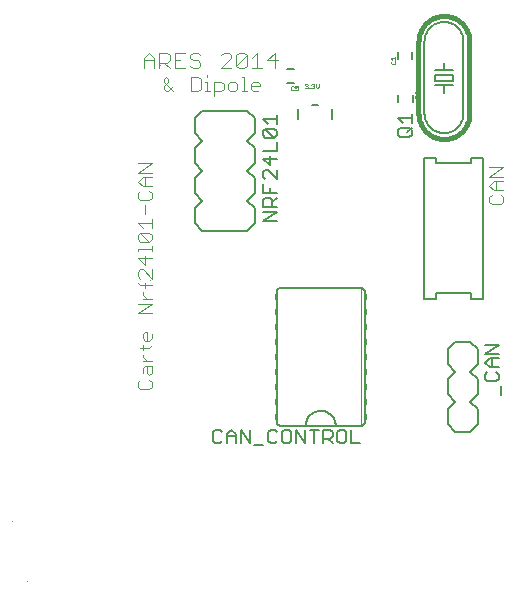
<source format=gto>
G75*
%MOIN*%
%OFA0B0*%
%FSLAX24Y24*%
%IPPOS*%
%LPD*%
%AMOC8*
5,1,8,0,0,1.08239X$1,22.5*
%
%ADD10C,0.0000*%
%ADD11C,0.0040*%
%ADD12C,0.0060*%
%ADD13C,0.0010*%
%ADD14C,0.0160*%
%ADD15C,0.0050*%
%ADD16C,0.0020*%
%ADD17R,0.0050X0.0200*%
%ADD18C,0.0080*%
D10*
X000789Y000548D02*
X000789Y000548D01*
X000789Y000548D01*
X000789Y000548D01*
X000789Y000548D01*
X000789Y000548D01*
X000789Y000548D01*
X000789Y000548D01*
X000789Y000548D01*
X000789Y000548D01*
X000789Y000548D01*
X000789Y000548D01*
X000789Y000548D01*
X000789Y000548D01*
X000789Y000548D01*
X000789Y000548D01*
X000789Y000548D01*
X000789Y000548D01*
X000789Y000548D01*
X000789Y000549D02*
X000789Y000549D01*
X000789Y000549D01*
X000789Y000549D01*
X000789Y000549D01*
X000789Y000549D01*
X000789Y000549D01*
X000789Y000549D01*
X000789Y000549D01*
X000789Y000549D01*
X000789Y000549D01*
X000789Y000549D01*
X000789Y000549D01*
X000789Y000549D01*
X000789Y000549D01*
X000789Y000549D01*
X000789Y000549D01*
X000789Y000549D01*
X000789Y000549D01*
X000789Y000549D01*
X000789Y000549D01*
X000789Y000550D01*
X000789Y000550D01*
X000789Y000550D01*
X000789Y000550D01*
X000789Y000550D01*
X000789Y000550D01*
X000789Y000550D01*
X000789Y000550D01*
X000789Y000550D01*
X000789Y000550D01*
X000789Y000550D01*
X000789Y000550D01*
X000789Y000550D01*
X000789Y000550D01*
X000789Y000550D01*
X000789Y000550D01*
X000789Y000550D01*
X000789Y000550D01*
X000789Y000550D01*
X000789Y000550D01*
X000789Y000550D01*
X000789Y000550D01*
X000789Y000550D01*
X000789Y000550D01*
X000789Y000550D01*
X000789Y000550D01*
X000789Y000550D01*
X000789Y000550D01*
X000789Y000551D01*
X000789Y000551D01*
X000789Y000551D01*
X000789Y000551D01*
X000789Y000550D02*
X000789Y000550D01*
X000789Y000549D01*
X000789Y000549D01*
X000789Y000550D01*
X000300Y002553D02*
X000300Y002553D01*
X000300Y002553D01*
X000300Y002553D01*
X000300Y002553D01*
X000300Y002553D01*
X000300Y002553D01*
X000300Y002553D01*
X000300Y002553D01*
X000300Y002553D01*
X000300Y002553D01*
X000300Y002554D01*
X000300Y002554D01*
X000300Y002554D01*
X000300Y002554D01*
X000300Y002554D01*
X000300Y002554D01*
X000300Y002554D01*
X000300Y002554D01*
X000300Y002554D01*
X000300Y002554D01*
X000300Y002554D01*
X000300Y002554D01*
X000300Y002554D01*
X000300Y002554D01*
X000300Y002554D01*
X000300Y002554D01*
X000300Y002554D01*
X000300Y002554D01*
X000300Y002554D01*
X000300Y002554D01*
X000300Y002554D01*
X000300Y002554D01*
X000300Y002555D01*
X000300Y002555D01*
X000300Y002555D01*
X000300Y002555D01*
X000300Y002555D01*
X000300Y002555D01*
X000300Y002555D01*
X000300Y002555D01*
X000300Y002555D01*
X000300Y002555D01*
X000300Y002555D01*
X000300Y002555D01*
X000300Y002555D01*
X000300Y002555D01*
X000300Y002555D01*
X000300Y002555D01*
X000300Y002555D01*
X000300Y002555D01*
X000300Y002555D01*
X000300Y002555D01*
X000300Y002555D01*
X000300Y002555D01*
X000300Y002555D01*
X000300Y002556D01*
X000300Y002556D01*
X000300Y002556D01*
X000300Y002556D01*
X000300Y002556D01*
X000300Y002556D01*
X000300Y002556D01*
X000300Y002555D01*
X000300Y002555D01*
X000300Y002555D01*
X000300Y002555D01*
X000300Y002555D01*
X000300Y002555D01*
X000300Y002555D01*
X000300Y002555D01*
X000300Y002554D01*
X000300Y002555D02*
X000300Y002555D01*
X000300Y002556D02*
X000300Y002556D01*
X000300Y002555D01*
X004881Y010574D02*
X004881Y010574D01*
X004881Y010574D01*
X004881Y010574D01*
X004881Y010574D01*
X004881Y010574D01*
X004881Y010574D01*
X004881Y010574D01*
X004881Y010574D01*
X004881Y010574D01*
X004881Y010574D01*
X004881Y010574D01*
X004881Y010574D01*
X004881Y010574D01*
X004881Y010574D01*
X004881Y010575D01*
X004881Y010575D01*
X004881Y010575D01*
X004881Y010575D01*
X004881Y010575D01*
X004881Y010575D01*
X004881Y010575D01*
X004881Y010575D01*
X004881Y010575D01*
X004881Y010575D01*
X004881Y010575D01*
X004881Y010575D01*
X004881Y010575D01*
X004881Y010575D01*
X004881Y010575D01*
X004881Y010575D01*
X004881Y010575D01*
X004881Y010575D01*
X004881Y010575D01*
X004881Y010576D01*
X004881Y010576D01*
X004881Y010576D01*
X004881Y010576D01*
X004881Y010576D01*
X004881Y010576D01*
X004881Y010576D01*
X004881Y010576D01*
X004881Y010576D01*
X004881Y010576D01*
X004881Y010576D01*
X004881Y010576D01*
X004881Y010576D01*
X004881Y010576D01*
X004881Y010576D01*
X004881Y010576D01*
X004881Y010576D01*
X004881Y010576D01*
X004881Y010576D01*
X004881Y010576D01*
X004881Y010576D01*
X004881Y010576D01*
X004881Y010576D01*
X004881Y010576D01*
X004881Y010576D01*
X004881Y010576D01*
X004881Y010576D01*
X004881Y010576D01*
X004881Y010576D01*
X004881Y010576D01*
X004881Y010576D01*
X004881Y010577D01*
X004881Y010577D01*
X004881Y010577D01*
X004881Y010577D01*
X004881Y010577D01*
X004881Y010576D01*
X004881Y010575D01*
X004881Y010574D01*
X004881Y010575D02*
X004881Y010576D01*
X004881Y010576D01*
X005237Y017748D02*
X005237Y017748D01*
X005237Y017748D01*
X005237Y017748D01*
X005237Y017748D01*
X005237Y017748D01*
X005237Y017748D01*
X005237Y017748D01*
X005237Y017748D01*
X005237Y017748D01*
X005237Y017748D01*
X005237Y017749D01*
X005237Y017749D01*
X005237Y017749D01*
X005237Y017749D01*
X005237Y017749D01*
X005237Y017749D01*
X005237Y017749D01*
X005237Y017749D01*
X005237Y017749D01*
X005237Y017749D01*
X005237Y017749D01*
X005237Y017749D01*
X005237Y017749D01*
X005237Y017749D01*
X005237Y017749D01*
X005237Y017749D01*
X005237Y017750D01*
X005237Y017750D01*
X005237Y017750D01*
X005237Y017750D01*
X005237Y017750D01*
X005237Y017750D01*
X005237Y017750D01*
X005237Y017750D01*
X005237Y017750D01*
X005237Y017750D01*
X005237Y017750D01*
X005237Y017750D01*
X005237Y017750D01*
X005237Y017750D01*
X005237Y017750D01*
X005237Y017750D01*
X005237Y017750D01*
X005237Y017750D01*
X005237Y017750D01*
X005237Y017750D01*
X005237Y017750D01*
X005237Y017750D01*
X005237Y017750D01*
X005237Y017750D01*
X005237Y017750D01*
X005237Y017750D01*
X005237Y017750D01*
X005237Y017750D01*
X005237Y017751D01*
X005237Y017751D01*
X005237Y017751D01*
X005237Y017751D01*
X005237Y017751D01*
X005237Y017751D01*
X005237Y017751D01*
X005237Y017751D01*
X005237Y017751D01*
X005237Y017751D01*
X005237Y017750D01*
X005237Y017750D01*
X005237Y017750D01*
X005237Y017750D01*
X005237Y017749D01*
X005237Y017749D01*
X005237Y017749D01*
X005237Y017750D02*
X005237Y017751D01*
X005237Y017751D01*
X005237Y017751D01*
D11*
X005194Y017808D02*
X005454Y017808D01*
X005541Y017895D01*
X005541Y018068D01*
X005454Y018155D01*
X005194Y018155D01*
X005194Y017634D01*
X005026Y017634D02*
X005026Y017981D01*
X004852Y018155D01*
X004679Y017981D01*
X004679Y017634D01*
X004679Y017895D02*
X005026Y017895D01*
X005368Y017808D02*
X005541Y017634D01*
X005710Y017634D02*
X006057Y017634D01*
X006226Y017721D02*
X006312Y017634D01*
X006486Y017634D01*
X006572Y017721D01*
X006572Y017808D01*
X006486Y017895D01*
X006312Y017895D01*
X006226Y017981D01*
X006226Y018068D01*
X006312Y018155D01*
X006486Y018155D01*
X006572Y018068D01*
X006057Y018155D02*
X005710Y018155D01*
X005710Y017634D01*
X005423Y017337D02*
X005346Y017261D01*
X005346Y017184D01*
X005653Y016877D01*
X005653Y017030D02*
X005499Y016877D01*
X005423Y016877D01*
X005346Y016954D01*
X005346Y017030D01*
X005499Y017184D01*
X005499Y017261D01*
X005423Y017337D01*
X005710Y017895D02*
X005883Y017895D01*
X006267Y017337D02*
X006497Y017337D01*
X006574Y017261D01*
X006574Y016954D01*
X006497Y016877D01*
X006267Y016877D01*
X006267Y017337D01*
X006727Y017184D02*
X006804Y017184D01*
X006804Y016877D01*
X006880Y016877D02*
X006727Y016877D01*
X007034Y016877D02*
X007264Y016877D01*
X007341Y016954D01*
X007341Y017107D01*
X007264Y017184D01*
X007034Y017184D01*
X007034Y016723D01*
X007494Y016954D02*
X007494Y017107D01*
X007571Y017184D01*
X007724Y017184D01*
X007801Y017107D01*
X007801Y016954D01*
X007724Y016877D01*
X007571Y016877D01*
X007494Y016954D01*
X007955Y016877D02*
X008108Y016877D01*
X008031Y016877D02*
X008031Y017337D01*
X007955Y017337D01*
X008033Y017634D02*
X007859Y017634D01*
X007772Y017721D01*
X008119Y018068D01*
X008119Y017721D01*
X008033Y017634D01*
X007772Y017721D02*
X007772Y018068D01*
X007859Y018155D01*
X008033Y018155D01*
X008119Y018068D01*
X008288Y017981D02*
X008462Y018155D01*
X008462Y017634D01*
X008635Y017634D02*
X008288Y017634D01*
X008338Y017184D02*
X008492Y017184D01*
X008569Y017107D01*
X008569Y017030D01*
X008262Y017030D01*
X008262Y016954D02*
X008262Y017107D01*
X008338Y017184D01*
X008262Y016954D02*
X008338Y016877D01*
X008492Y016877D01*
X009064Y017634D02*
X009064Y018155D01*
X008804Y017895D01*
X009151Y017895D01*
X007604Y017981D02*
X007604Y018068D01*
X007517Y018155D01*
X007344Y018155D01*
X007257Y018068D01*
X007604Y017981D02*
X007257Y017634D01*
X007604Y017634D01*
X006804Y017414D02*
X006804Y017337D01*
X004950Y014460D02*
X004490Y014460D01*
X004490Y014153D02*
X004950Y014460D01*
X004950Y014153D02*
X004490Y014153D01*
X004643Y013999D02*
X004950Y013999D01*
X004720Y013999D02*
X004720Y013692D01*
X004643Y013692D02*
X004490Y013846D01*
X004643Y013999D01*
X004643Y013692D02*
X004950Y013692D01*
X004873Y013539D02*
X004950Y013462D01*
X004950Y013309D01*
X004873Y013232D01*
X004566Y013232D01*
X004490Y013309D01*
X004490Y013462D01*
X004566Y013539D01*
X004720Y013078D02*
X004720Y012772D01*
X004950Y012618D02*
X004950Y012311D01*
X004950Y012465D02*
X004490Y012465D01*
X004643Y012311D01*
X004566Y012158D02*
X004873Y011851D01*
X004950Y011927D01*
X004950Y012081D01*
X004873Y012158D01*
X004566Y012158D01*
X004490Y012081D01*
X004490Y011927D01*
X004566Y011851D01*
X004873Y011851D01*
X004950Y011697D02*
X004950Y011544D01*
X004950Y011621D02*
X004490Y011621D01*
X004490Y011544D01*
X004490Y011314D02*
X004720Y011083D01*
X004720Y011390D01*
X004950Y011314D02*
X004490Y011314D01*
X004566Y010930D02*
X004490Y010853D01*
X004490Y010700D01*
X004566Y010623D01*
X004490Y010470D02*
X004566Y010393D01*
X004950Y010393D01*
X004950Y010623D02*
X004643Y010930D01*
X004566Y010930D01*
X004950Y010930D02*
X004950Y010623D01*
X004720Y010470D02*
X004720Y010316D01*
X004643Y010163D02*
X004643Y010086D01*
X004797Y009932D01*
X004950Y009932D02*
X004643Y009932D01*
X004490Y009779D02*
X004950Y009779D01*
X004490Y009472D01*
X004950Y009472D01*
X004797Y008858D02*
X004797Y008551D01*
X004873Y008551D02*
X004720Y008551D01*
X004643Y008628D01*
X004643Y008781D01*
X004720Y008858D01*
X004797Y008858D01*
X004950Y008781D02*
X004950Y008628D01*
X004873Y008551D01*
X004950Y008398D02*
X004873Y008321D01*
X004566Y008321D01*
X004643Y008244D02*
X004643Y008398D01*
X004643Y008091D02*
X004643Y008014D01*
X004797Y007861D01*
X004950Y007861D02*
X004643Y007861D01*
X004720Y007707D02*
X004643Y007630D01*
X004643Y007477D01*
X004797Y007477D02*
X004797Y007707D01*
X004720Y007707D02*
X004950Y007707D01*
X004950Y007477D01*
X004873Y007400D01*
X004797Y007477D01*
X004873Y007247D02*
X004950Y007170D01*
X004950Y007017D01*
X004873Y006940D01*
X004566Y006940D01*
X004490Y007017D01*
X004490Y007170D01*
X004566Y007247D01*
X016200Y013176D02*
X016277Y013099D01*
X016584Y013099D01*
X016661Y013176D01*
X016661Y013329D01*
X016584Y013406D01*
X016661Y013560D02*
X016354Y013560D01*
X016200Y013713D01*
X016354Y013866D01*
X016661Y013866D01*
X016661Y014020D02*
X016200Y014020D01*
X016661Y014327D01*
X016200Y014327D01*
X016430Y013866D02*
X016430Y013560D01*
X016277Y013406D02*
X016200Y013329D01*
X016200Y013176D01*
D12*
X015340Y016125D02*
X015340Y018525D01*
X015338Y018575D01*
X015332Y018624D01*
X015323Y018673D01*
X015310Y018721D01*
X015293Y018768D01*
X015273Y018813D01*
X015249Y018857D01*
X015222Y018899D01*
X015191Y018939D01*
X015158Y018976D01*
X015122Y019010D01*
X015084Y019042D01*
X015043Y019071D01*
X015001Y019096D01*
X014956Y019118D01*
X014910Y019137D01*
X014862Y019152D01*
X014814Y019163D01*
X014765Y019171D01*
X014715Y019175D01*
X014665Y019175D01*
X014615Y019171D01*
X014566Y019163D01*
X014518Y019152D01*
X014470Y019137D01*
X014424Y019118D01*
X014379Y019096D01*
X014337Y019071D01*
X014296Y019042D01*
X014258Y019010D01*
X014222Y018976D01*
X014189Y018939D01*
X014158Y018899D01*
X014131Y018857D01*
X014107Y018813D01*
X014087Y018768D01*
X014070Y018721D01*
X014057Y018673D01*
X014048Y018624D01*
X014042Y018575D01*
X014040Y018525D01*
X014040Y016125D01*
X013646Y016497D02*
X013646Y016733D01*
X013173Y016733D02*
X013173Y016497D01*
X014390Y017075D02*
X014690Y017075D01*
X014690Y016825D01*
X014690Y017075D02*
X014990Y017075D01*
X014990Y017225D02*
X014390Y017225D01*
X014390Y017425D01*
X014990Y017425D01*
X014990Y017225D01*
X014990Y017575D02*
X014690Y017575D01*
X014690Y017825D01*
X014690Y017575D02*
X014390Y017575D01*
X013636Y017947D02*
X013636Y018183D01*
X013163Y018183D02*
X013163Y017947D01*
X014040Y016125D02*
X014042Y016075D01*
X014048Y016026D01*
X014057Y015977D01*
X014070Y015929D01*
X014087Y015882D01*
X014107Y015837D01*
X014131Y015793D01*
X014158Y015751D01*
X014189Y015711D01*
X014222Y015674D01*
X014258Y015640D01*
X014296Y015608D01*
X014337Y015579D01*
X014379Y015554D01*
X014424Y015532D01*
X014470Y015513D01*
X014518Y015498D01*
X014566Y015487D01*
X014615Y015479D01*
X014665Y015475D01*
X014715Y015475D01*
X014765Y015479D01*
X014814Y015487D01*
X014862Y015498D01*
X014910Y015513D01*
X014956Y015532D01*
X015001Y015554D01*
X015043Y015579D01*
X015084Y015608D01*
X015122Y015640D01*
X015158Y015674D01*
X015191Y015711D01*
X015222Y015751D01*
X015249Y015793D01*
X015273Y015837D01*
X015293Y015882D01*
X015310Y015929D01*
X015323Y015977D01*
X015332Y016026D01*
X015338Y016075D01*
X015340Y016125D01*
X011900Y010315D02*
X009260Y010315D01*
X009237Y010313D01*
X009214Y010308D01*
X009192Y010299D01*
X009172Y010286D01*
X009154Y010271D01*
X009139Y010253D01*
X009126Y010233D01*
X009117Y010211D01*
X009112Y010188D01*
X009110Y010165D01*
X009110Y005865D01*
X009112Y005842D01*
X009117Y005819D01*
X009126Y005797D01*
X009139Y005777D01*
X009154Y005759D01*
X009172Y005744D01*
X009192Y005731D01*
X009214Y005722D01*
X009237Y005717D01*
X009260Y005715D01*
X011900Y005715D01*
X011923Y005717D01*
X011946Y005722D01*
X011968Y005731D01*
X011988Y005744D01*
X012006Y005759D01*
X012021Y005777D01*
X012034Y005797D01*
X012043Y005819D01*
X012048Y005842D01*
X012050Y005865D01*
X012050Y010165D01*
X012048Y010188D01*
X012043Y010211D01*
X012034Y010233D01*
X012021Y010253D01*
X012006Y010271D01*
X011988Y010286D01*
X011968Y010299D01*
X011946Y010308D01*
X011923Y010313D01*
X011900Y010315D01*
X008390Y012465D02*
X008140Y012215D01*
X006640Y012215D01*
X006390Y012465D01*
X006390Y012965D01*
X006640Y013215D01*
X006390Y013465D01*
X006390Y013965D01*
X006640Y014215D01*
X006390Y014465D01*
X006390Y014965D01*
X006640Y015215D01*
X006390Y015465D01*
X006390Y015965D01*
X006640Y016215D01*
X008140Y016215D01*
X008390Y015965D01*
X008390Y015465D01*
X008140Y015215D01*
X008390Y014965D01*
X008390Y014465D01*
X008140Y014215D01*
X008390Y013965D01*
X008390Y013465D01*
X008140Y013215D01*
X008390Y012965D01*
X008390Y012465D01*
X009461Y017139D02*
X009698Y017139D01*
X009698Y017611D02*
X009461Y017611D01*
X010080Y005715D02*
X010082Y005759D01*
X010088Y005802D01*
X010097Y005844D01*
X010110Y005886D01*
X010127Y005926D01*
X010147Y005965D01*
X010170Y006002D01*
X010197Y006036D01*
X010226Y006069D01*
X010259Y006098D01*
X010293Y006125D01*
X010330Y006148D01*
X010369Y006168D01*
X010409Y006185D01*
X010451Y006198D01*
X010493Y006207D01*
X010536Y006213D01*
X010580Y006215D01*
X010624Y006213D01*
X010667Y006207D01*
X010709Y006198D01*
X010751Y006185D01*
X010791Y006168D01*
X010830Y006148D01*
X010867Y006125D01*
X010901Y006098D01*
X010934Y006069D01*
X010963Y006036D01*
X010990Y006002D01*
X011013Y005965D01*
X011033Y005926D01*
X011050Y005886D01*
X011063Y005844D01*
X011072Y005802D01*
X011078Y005759D01*
X011080Y005715D01*
D13*
X013764Y016625D02*
X013739Y016650D01*
X013739Y016700D01*
X013764Y016725D01*
X013764Y016773D02*
X013739Y016798D01*
X013739Y016848D01*
X013764Y016873D01*
X013789Y016873D01*
X013890Y016773D01*
X013890Y016873D01*
X013864Y016725D02*
X013890Y016700D01*
X013890Y016650D01*
X013864Y016625D01*
X013764Y016625D01*
X013044Y017770D02*
X013070Y017795D01*
X013070Y017845D01*
X013044Y017870D01*
X013070Y017917D02*
X013070Y018017D01*
X013070Y017967D02*
X012919Y017967D01*
X012969Y017917D01*
X012944Y017870D02*
X012919Y017845D01*
X012919Y017795D01*
X012944Y017770D01*
X013044Y017770D01*
X010513Y017110D02*
X010513Y017010D01*
X010463Y016960D01*
X010413Y017010D01*
X010413Y017110D01*
X010366Y017085D02*
X010366Y017060D01*
X010341Y017035D01*
X010366Y017010D01*
X010366Y016985D01*
X010341Y016960D01*
X010291Y016960D01*
X010265Y016985D01*
X010217Y016985D02*
X010217Y016960D01*
X010192Y016960D01*
X010192Y016985D01*
X010217Y016985D01*
X010145Y016985D02*
X010120Y016960D01*
X010070Y016960D01*
X010045Y016985D01*
X010095Y017035D02*
X010120Y017035D01*
X010145Y017010D01*
X010145Y016985D01*
X010120Y017035D02*
X010145Y017060D01*
X010145Y017085D01*
X010120Y017110D01*
X010070Y017110D01*
X010045Y017085D01*
X009837Y017045D02*
X009737Y017045D01*
X009737Y016970D01*
X009787Y016995D01*
X009812Y016995D01*
X009837Y016970D01*
X009837Y016920D01*
X009812Y016895D01*
X009762Y016895D01*
X009737Y016920D01*
X009690Y016920D02*
X009665Y016895D01*
X009615Y016895D01*
X009590Y016920D01*
X009590Y017020D01*
X009615Y017045D01*
X009665Y017045D01*
X009690Y017020D01*
X010265Y017085D02*
X010291Y017110D01*
X010341Y017110D01*
X010366Y017085D01*
X010341Y017035D02*
X010316Y017035D01*
D14*
X013840Y016125D02*
X013840Y018525D01*
X013842Y018582D01*
X013848Y018638D01*
X013857Y018694D01*
X013870Y018750D01*
X013887Y018804D01*
X013907Y018857D01*
X013931Y018908D01*
X013959Y018958D01*
X013989Y019006D01*
X014023Y019052D01*
X014060Y019095D01*
X014099Y019136D01*
X014141Y019174D01*
X014186Y019209D01*
X014233Y019241D01*
X014282Y019270D01*
X014332Y019296D01*
X014385Y019318D01*
X014438Y019337D01*
X014493Y019352D01*
X014549Y019363D01*
X014605Y019371D01*
X014662Y019375D01*
X014718Y019375D01*
X014775Y019371D01*
X014831Y019363D01*
X014887Y019352D01*
X014942Y019337D01*
X014995Y019318D01*
X015048Y019296D01*
X015098Y019270D01*
X015147Y019241D01*
X015194Y019209D01*
X015239Y019174D01*
X015281Y019136D01*
X015320Y019095D01*
X015357Y019052D01*
X015391Y019006D01*
X015421Y018958D01*
X015449Y018908D01*
X015473Y018857D01*
X015493Y018804D01*
X015510Y018750D01*
X015523Y018694D01*
X015532Y018638D01*
X015538Y018582D01*
X015540Y018525D01*
X015540Y016125D01*
X015538Y016068D01*
X015532Y016012D01*
X015523Y015956D01*
X015510Y015900D01*
X015493Y015846D01*
X015473Y015793D01*
X015449Y015742D01*
X015421Y015692D01*
X015391Y015644D01*
X015357Y015598D01*
X015320Y015555D01*
X015281Y015514D01*
X015239Y015476D01*
X015194Y015441D01*
X015147Y015409D01*
X015098Y015380D01*
X015048Y015354D01*
X014995Y015332D01*
X014942Y015313D01*
X014887Y015298D01*
X014831Y015287D01*
X014775Y015279D01*
X014718Y015275D01*
X014662Y015275D01*
X014605Y015279D01*
X014549Y015287D01*
X014493Y015298D01*
X014438Y015313D01*
X014385Y015332D01*
X014332Y015354D01*
X014282Y015380D01*
X014233Y015409D01*
X014186Y015441D01*
X014141Y015476D01*
X014099Y015514D01*
X014060Y015555D01*
X014023Y015598D01*
X013989Y015644D01*
X013959Y015692D01*
X013931Y015742D01*
X013907Y015793D01*
X013887Y015846D01*
X013870Y015900D01*
X013857Y015956D01*
X013848Y016012D01*
X013842Y016068D01*
X013840Y016125D01*
D15*
X013615Y016111D02*
X013615Y015810D01*
X013615Y015961D02*
X013164Y015961D01*
X013314Y015810D01*
X013239Y015650D02*
X013164Y015575D01*
X013164Y015425D01*
X013239Y015350D01*
X013539Y015350D01*
X013615Y015425D01*
X013615Y015575D01*
X013539Y015650D01*
X013239Y015650D01*
X013464Y015500D02*
X013615Y015650D01*
X014015Y014657D02*
X014409Y014657D01*
X014409Y014460D01*
X015590Y014460D01*
X015590Y014657D01*
X015984Y014657D01*
X015984Y009933D01*
X015590Y009933D01*
X015590Y010130D01*
X014409Y010130D01*
X014409Y009933D01*
X014015Y009933D01*
X014015Y014657D01*
X009115Y014624D02*
X008664Y014624D01*
X008889Y014398D01*
X008889Y014699D01*
X008664Y014859D02*
X009115Y014859D01*
X009115Y015159D01*
X009039Y015319D02*
X009115Y015394D01*
X009115Y015544D01*
X009039Y015619D01*
X008739Y015619D01*
X009039Y015319D01*
X008739Y015319D01*
X008664Y015394D01*
X008664Y015544D01*
X008739Y015619D01*
X008814Y015780D02*
X008664Y015930D01*
X009115Y015930D01*
X009115Y015780D02*
X009115Y016080D01*
X009115Y014238D02*
X009115Y013938D01*
X008814Y014238D01*
X008739Y014238D01*
X008664Y014163D01*
X008664Y014013D01*
X008739Y013938D01*
X008664Y013778D02*
X008664Y013478D01*
X009115Y013478D01*
X009115Y013318D02*
X008964Y013167D01*
X008964Y013242D02*
X008889Y013318D01*
X008739Y013318D01*
X008664Y013242D01*
X008664Y013017D01*
X009115Y013017D01*
X008964Y013017D02*
X008964Y013242D01*
X008889Y013478D02*
X008889Y013628D01*
X009115Y012857D02*
X008664Y012857D01*
X008664Y012557D02*
X009115Y012857D01*
X009115Y012557D02*
X008664Y012557D01*
X008907Y005590D02*
X008832Y005515D01*
X008832Y005215D01*
X008907Y005140D01*
X009057Y005140D01*
X009132Y005215D01*
X009292Y005215D02*
X009367Y005140D01*
X009517Y005140D01*
X009592Y005215D01*
X009592Y005515D01*
X009517Y005590D01*
X009367Y005590D01*
X009292Y005515D01*
X009292Y005215D01*
X009132Y005515D02*
X009057Y005590D01*
X008907Y005590D01*
X008672Y005065D02*
X008371Y005065D01*
X008211Y005140D02*
X008211Y005590D01*
X007911Y005590D02*
X008211Y005140D01*
X007911Y005140D02*
X007911Y005590D01*
X007751Y005440D02*
X007751Y005140D01*
X007751Y005365D02*
X007451Y005365D01*
X007451Y005440D02*
X007601Y005590D01*
X007751Y005440D01*
X007451Y005440D02*
X007451Y005140D01*
X007290Y005215D02*
X007215Y005140D01*
X007065Y005140D01*
X006990Y005215D01*
X006990Y005515D01*
X007065Y005590D01*
X007215Y005590D01*
X007290Y005515D01*
X009753Y005590D02*
X009753Y005140D01*
X010053Y005140D02*
X009753Y005590D01*
X010053Y005590D02*
X010053Y005140D01*
X010363Y005140D02*
X010363Y005590D01*
X010213Y005590D02*
X010513Y005590D01*
X010673Y005590D02*
X010899Y005590D01*
X010974Y005515D01*
X010974Y005365D01*
X010899Y005290D01*
X010673Y005290D01*
X010673Y005140D02*
X010673Y005590D01*
X010823Y005290D02*
X010974Y005140D01*
X011134Y005215D02*
X011209Y005140D01*
X011359Y005140D01*
X011434Y005215D01*
X011434Y005515D01*
X011359Y005590D01*
X011209Y005590D01*
X011134Y005515D01*
X011134Y005215D01*
X011594Y005140D02*
X011594Y005590D01*
X011594Y005140D02*
X011894Y005140D01*
X016064Y007274D02*
X016139Y007199D01*
X016439Y007199D01*
X016515Y007274D01*
X016515Y007424D01*
X016439Y007499D01*
X016515Y007659D02*
X016214Y007659D01*
X016064Y007809D01*
X016214Y007959D01*
X016515Y007959D01*
X016515Y008120D02*
X016064Y008120D01*
X016515Y008420D01*
X016064Y008420D01*
X016289Y007959D02*
X016289Y007659D01*
X016139Y007499D02*
X016064Y007424D01*
X016064Y007274D01*
X016590Y007039D02*
X016590Y006738D01*
D16*
X011910Y005715D02*
X011910Y010315D01*
D17*
X012075Y010015D03*
X012075Y009515D03*
X012075Y009015D03*
X012075Y008515D03*
X012075Y008015D03*
X012075Y007515D03*
X012075Y007015D03*
X012075Y006515D03*
X012075Y006015D03*
X009085Y006015D03*
X009085Y006515D03*
X009085Y007015D03*
X009085Y007515D03*
X009085Y008015D03*
X009085Y008515D03*
X009085Y009015D03*
X009085Y009515D03*
X009085Y010015D03*
D18*
X009830Y015936D02*
X009830Y016274D01*
X010284Y016424D02*
X010495Y016424D01*
X010950Y016274D02*
X010950Y015936D01*
X015070Y008525D02*
X014820Y008275D01*
X014820Y007775D01*
X015070Y007525D01*
X014820Y007275D01*
X014820Y006775D01*
X015070Y006525D01*
X014820Y006275D01*
X014820Y005775D01*
X015070Y005525D01*
X015570Y005525D01*
X015820Y005775D01*
X015820Y006275D01*
X015570Y006525D01*
X015820Y006775D01*
X015820Y007275D01*
X015570Y007525D01*
X015820Y007775D01*
X015820Y008275D01*
X015570Y008525D01*
X015070Y008525D01*
M02*

</source>
